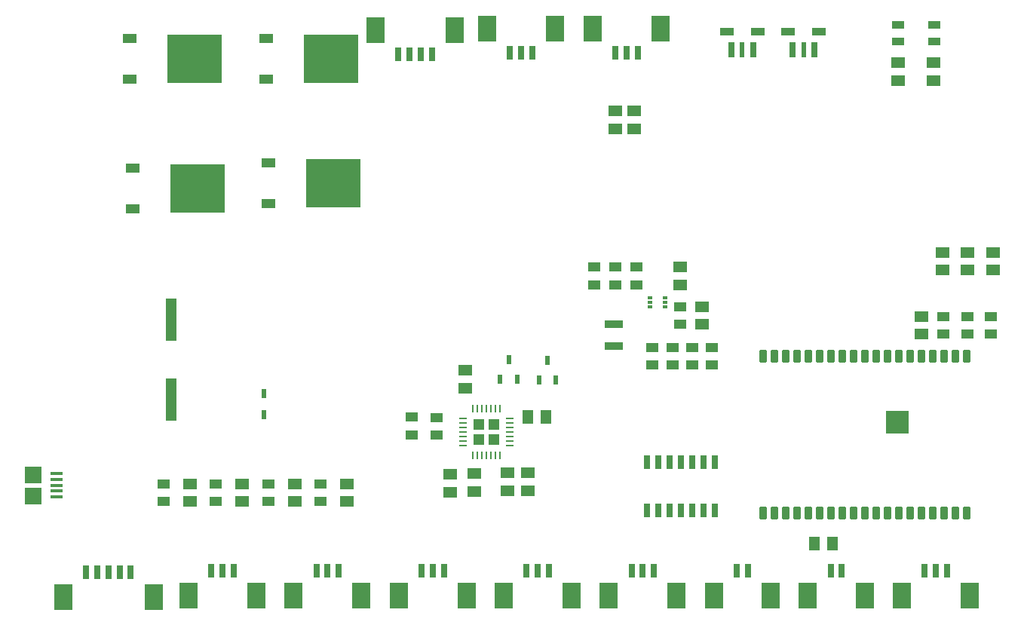
<source format=gbr>
G04 EAGLE Gerber X2 export*
%TF.Part,Single*%
%TF.FileFunction,Paste,Top*%
%TF.FilePolarity,Positive*%
%TF.GenerationSoftware,Autodesk,EAGLE,8.6.1*%
%TF.CreationDate,2020-03-17T08:17:51Z*%
G75*
%MOMM*%
%FSLAX34Y34*%
%LPD*%
%AMOC8*
5,1,8,0,0,1.08239X$1,22.5*%
G01*
%ADD10R,1.400000X1.100000*%
%ADD11R,1.600000X1.300000*%
%ADD12R,1.400000X0.900000*%
%ADD13R,1.252481X1.249588*%
%ADD14R,1.249938X1.249938*%
%ADD15R,1.252519X1.252519*%
%ADD16R,1.249544X1.252731*%
%ADD17R,0.900000X0.254000*%
%ADD18R,0.254000X0.900000*%
%ADD19R,1.350000X0.400000*%
%ADD20R,1.900000X1.900000*%
%ADD21R,0.500000X1.075000*%
%ADD22R,0.600000X1.100000*%
%ADD23R,1.300000X1.600000*%
%ADD24R,0.750000X1.800000*%
%ADD25R,0.600000X1.800000*%
%ADD26R,1.500000X0.900000*%
%ADD27R,2.531044X2.533469*%
%ADD28C,0.465000*%
%ADD29R,1.300000X4.750000*%
%ADD30R,0.800000X1.600000*%
%ADD31R,2.100000X3.000000*%
%ADD32R,6.200000X5.400000*%
%ADD33R,1.600000X1.000000*%
%ADD34R,0.650000X1.550000*%
%ADD35R,0.475000X0.300000*%
%ADD36R,2.000000X0.850000*%


D10*
X778100Y355000D03*
X778100Y335000D03*
X705500Y379125D03*
X705500Y399125D03*
X791667Y309000D03*
X791667Y289000D03*
D11*
X802400Y335000D03*
X802400Y355000D03*
X777981Y379125D03*
X777981Y399125D03*
D12*
X1063300Y671450D03*
X1063300Y652450D03*
D11*
X1062900Y608700D03*
X1062900Y628700D03*
D13*
X551738Y222852D03*
D14*
X569250Y222850D03*
D15*
X551737Y205337D03*
D16*
X569252Y205336D03*
D17*
X534600Y229100D03*
X534600Y224100D03*
X534600Y219100D03*
X534600Y214100D03*
X534600Y209100D03*
X534600Y204100D03*
X534600Y199100D03*
D18*
X545500Y188200D03*
X550500Y188200D03*
X555500Y188200D03*
X560500Y188200D03*
X565500Y188200D03*
X570500Y188200D03*
X575500Y188200D03*
D17*
X586400Y199100D03*
X586400Y204100D03*
X586400Y209100D03*
X586400Y214100D03*
X586400Y219100D03*
X586400Y224100D03*
X586400Y229100D03*
D18*
X575500Y240000D03*
X570500Y240000D03*
X565500Y240000D03*
X560500Y240000D03*
X555500Y240000D03*
X550500Y240000D03*
X545500Y240000D03*
D10*
X504900Y210400D03*
X504900Y230400D03*
X476900Y210900D03*
X476900Y230900D03*
D11*
X520100Y146400D03*
X520100Y166400D03*
X547033Y147200D03*
X547033Y167200D03*
X583967Y148000D03*
X583967Y168000D03*
X606900Y167900D03*
X606900Y147900D03*
D19*
X78050Y141100D03*
D20*
X51300Y166100D03*
X51300Y142100D03*
D19*
X78050Y167100D03*
X78050Y160600D03*
X78050Y154100D03*
X78050Y147600D03*
D21*
X311100Y233780D03*
X311100Y257020D03*
D12*
X1023000Y671450D03*
X1023000Y652450D03*
D11*
X1023000Y608700D03*
X1023000Y628700D03*
D10*
X1127300Y323750D03*
X1127300Y343750D03*
X1100456Y323750D03*
X1100456Y343750D03*
X1073613Y323750D03*
X1073613Y343750D03*
D11*
X1049019Y343750D03*
X1049019Y323750D03*
D22*
X576100Y273000D03*
X595100Y273000D03*
X585600Y295000D03*
X619600Y272800D03*
X638600Y272800D03*
X629100Y294800D03*
D11*
X537000Y283200D03*
X537000Y263200D03*
D23*
X627400Y231000D03*
X607400Y231000D03*
D24*
X904550Y643700D03*
D25*
X916800Y643700D03*
D24*
X929050Y643700D03*
D26*
X934300Y663200D03*
X899300Y663200D03*
D24*
X835650Y643700D03*
D25*
X847900Y643700D03*
D24*
X860150Y643700D03*
D26*
X865400Y663200D03*
X830400Y663200D03*
D27*
X1021695Y225117D03*
D28*
X1097275Y294475D02*
X1097275Y304325D01*
X1101925Y304325D01*
X1101925Y294475D01*
X1097275Y294475D01*
X1097275Y299124D02*
X1101925Y299124D01*
X1101925Y303773D02*
X1097275Y303773D01*
X1084575Y304325D02*
X1084575Y294475D01*
X1084575Y304325D02*
X1089225Y304325D01*
X1089225Y294475D01*
X1084575Y294475D01*
X1084575Y299124D02*
X1089225Y299124D01*
X1089225Y303773D02*
X1084575Y303773D01*
X1071875Y304325D02*
X1071875Y294475D01*
X1071875Y304325D02*
X1076525Y304325D01*
X1076525Y294475D01*
X1071875Y294475D01*
X1071875Y299124D02*
X1076525Y299124D01*
X1076525Y303773D02*
X1071875Y303773D01*
X1059175Y304325D02*
X1059175Y294475D01*
X1059175Y304325D02*
X1063825Y304325D01*
X1063825Y294475D01*
X1059175Y294475D01*
X1059175Y299124D02*
X1063825Y299124D01*
X1063825Y303773D02*
X1059175Y303773D01*
X1046475Y304325D02*
X1046475Y294475D01*
X1046475Y304325D02*
X1051125Y304325D01*
X1051125Y294475D01*
X1046475Y294475D01*
X1046475Y299124D02*
X1051125Y299124D01*
X1051125Y303773D02*
X1046475Y303773D01*
X1033775Y304325D02*
X1033775Y294475D01*
X1033775Y304325D02*
X1038425Y304325D01*
X1038425Y294475D01*
X1033775Y294475D01*
X1033775Y299124D02*
X1038425Y299124D01*
X1038425Y303773D02*
X1033775Y303773D01*
X1021075Y304325D02*
X1021075Y294475D01*
X1021075Y304325D02*
X1025725Y304325D01*
X1025725Y294475D01*
X1021075Y294475D01*
X1021075Y299124D02*
X1025725Y299124D01*
X1025725Y303773D02*
X1021075Y303773D01*
X1008375Y304325D02*
X1008375Y294475D01*
X1008375Y304325D02*
X1013025Y304325D01*
X1013025Y294475D01*
X1008375Y294475D01*
X1008375Y299124D02*
X1013025Y299124D01*
X1013025Y303773D02*
X1008375Y303773D01*
X995675Y304325D02*
X995675Y294475D01*
X995675Y304325D02*
X1000325Y304325D01*
X1000325Y294475D01*
X995675Y294475D01*
X995675Y299124D02*
X1000325Y299124D01*
X1000325Y303773D02*
X995675Y303773D01*
X982975Y304325D02*
X982975Y294475D01*
X982975Y304325D02*
X987625Y304325D01*
X987625Y294475D01*
X982975Y294475D01*
X982975Y299124D02*
X987625Y299124D01*
X987625Y303773D02*
X982975Y303773D01*
X970275Y304325D02*
X970275Y294475D01*
X970275Y304325D02*
X974925Y304325D01*
X974925Y294475D01*
X970275Y294475D01*
X970275Y299124D02*
X974925Y299124D01*
X974925Y303773D02*
X970275Y303773D01*
X957575Y304325D02*
X957575Y294475D01*
X957575Y304325D02*
X962225Y304325D01*
X962225Y294475D01*
X957575Y294475D01*
X957575Y299124D02*
X962225Y299124D01*
X962225Y303773D02*
X957575Y303773D01*
X944875Y304325D02*
X944875Y294475D01*
X944875Y304325D02*
X949525Y304325D01*
X949525Y294475D01*
X944875Y294475D01*
X944875Y299124D02*
X949525Y299124D01*
X949525Y303773D02*
X944875Y303773D01*
X932175Y304325D02*
X932175Y294475D01*
X932175Y304325D02*
X936825Y304325D01*
X936825Y294475D01*
X932175Y294475D01*
X932175Y299124D02*
X936825Y299124D01*
X936825Y303773D02*
X932175Y303773D01*
X919475Y304325D02*
X919475Y294475D01*
X919475Y304325D02*
X924125Y304325D01*
X924125Y294475D01*
X919475Y294475D01*
X919475Y299124D02*
X924125Y299124D01*
X924125Y303773D02*
X919475Y303773D01*
X906775Y304325D02*
X906775Y294475D01*
X906775Y304325D02*
X911425Y304325D01*
X911425Y294475D01*
X906775Y294475D01*
X906775Y299124D02*
X911425Y299124D01*
X911425Y303773D02*
X906775Y303773D01*
X894075Y304325D02*
X894075Y294475D01*
X894075Y304325D02*
X898725Y304325D01*
X898725Y294475D01*
X894075Y294475D01*
X894075Y299124D02*
X898725Y299124D01*
X898725Y303773D02*
X894075Y303773D01*
X881375Y304325D02*
X881375Y294475D01*
X881375Y304325D02*
X886025Y304325D01*
X886025Y294475D01*
X881375Y294475D01*
X881375Y299124D02*
X886025Y299124D01*
X886025Y303773D02*
X881375Y303773D01*
X868675Y304325D02*
X868675Y294475D01*
X868675Y304325D02*
X873325Y304325D01*
X873325Y294475D01*
X868675Y294475D01*
X868675Y299124D02*
X873325Y299124D01*
X873325Y303773D02*
X868675Y303773D01*
X873325Y128125D02*
X873325Y118275D01*
X868675Y118275D01*
X868675Y128125D01*
X873325Y128125D01*
X873325Y122924D02*
X868675Y122924D01*
X868675Y127573D02*
X873325Y127573D01*
X886025Y128125D02*
X886025Y118275D01*
X881375Y118275D01*
X881375Y128125D01*
X886025Y128125D01*
X886025Y122924D02*
X881375Y122924D01*
X881375Y127573D02*
X886025Y127573D01*
X898725Y128125D02*
X898725Y118275D01*
X894075Y118275D01*
X894075Y128125D01*
X898725Y128125D01*
X898725Y122924D02*
X894075Y122924D01*
X894075Y127573D02*
X898725Y127573D01*
X911425Y128125D02*
X911425Y118275D01*
X906775Y118275D01*
X906775Y128125D01*
X911425Y128125D01*
X911425Y122924D02*
X906775Y122924D01*
X906775Y127573D02*
X911425Y127573D01*
X924125Y128125D02*
X924125Y118275D01*
X919475Y118275D01*
X919475Y128125D01*
X924125Y128125D01*
X924125Y122924D02*
X919475Y122924D01*
X919475Y127573D02*
X924125Y127573D01*
X936825Y128125D02*
X936825Y118275D01*
X932175Y118275D01*
X932175Y128125D01*
X936825Y128125D01*
X936825Y122924D02*
X932175Y122924D01*
X932175Y127573D02*
X936825Y127573D01*
X949525Y128125D02*
X949525Y118275D01*
X944875Y118275D01*
X944875Y128125D01*
X949525Y128125D01*
X949525Y122924D02*
X944875Y122924D01*
X944875Y127573D02*
X949525Y127573D01*
X962225Y128125D02*
X962225Y118275D01*
X957575Y118275D01*
X957575Y128125D01*
X962225Y128125D01*
X962225Y122924D02*
X957575Y122924D01*
X957575Y127573D02*
X962225Y127573D01*
X974925Y128125D02*
X974925Y118275D01*
X970275Y118275D01*
X970275Y128125D01*
X974925Y128125D01*
X974925Y122924D02*
X970275Y122924D01*
X970275Y127573D02*
X974925Y127573D01*
X987625Y128125D02*
X987625Y118275D01*
X982975Y118275D01*
X982975Y128125D01*
X987625Y128125D01*
X987625Y122924D02*
X982975Y122924D01*
X982975Y127573D02*
X987625Y127573D01*
X1000325Y128125D02*
X1000325Y118275D01*
X995675Y118275D01*
X995675Y128125D01*
X1000325Y128125D01*
X1000325Y122924D02*
X995675Y122924D01*
X995675Y127573D02*
X1000325Y127573D01*
X1013025Y128125D02*
X1013025Y118275D01*
X1008375Y118275D01*
X1008375Y128125D01*
X1013025Y128125D01*
X1013025Y122924D02*
X1008375Y122924D01*
X1008375Y127573D02*
X1013025Y127573D01*
X1025725Y128125D02*
X1025725Y118275D01*
X1021075Y118275D01*
X1021075Y128125D01*
X1025725Y128125D01*
X1025725Y122924D02*
X1021075Y122924D01*
X1021075Y127573D02*
X1025725Y127573D01*
X1038425Y128125D02*
X1038425Y118275D01*
X1033775Y118275D01*
X1033775Y128125D01*
X1038425Y128125D01*
X1038425Y122924D02*
X1033775Y122924D01*
X1033775Y127573D02*
X1038425Y127573D01*
X1051125Y128125D02*
X1051125Y118275D01*
X1046475Y118275D01*
X1046475Y128125D01*
X1051125Y128125D01*
X1051125Y122924D02*
X1046475Y122924D01*
X1046475Y127573D02*
X1051125Y127573D01*
X1063825Y128125D02*
X1063825Y118275D01*
X1059175Y118275D01*
X1059175Y128125D01*
X1063825Y128125D01*
X1063825Y122924D02*
X1059175Y122924D01*
X1059175Y127573D02*
X1063825Y127573D01*
X1076525Y128125D02*
X1076525Y118275D01*
X1071875Y118275D01*
X1071875Y128125D01*
X1076525Y128125D01*
X1076525Y122924D02*
X1071875Y122924D01*
X1071875Y127573D02*
X1076525Y127573D01*
X1089225Y128125D02*
X1089225Y118275D01*
X1084575Y118275D01*
X1084575Y128125D01*
X1089225Y128125D01*
X1089225Y122924D02*
X1084575Y122924D01*
X1084575Y127573D02*
X1089225Y127573D01*
X1101925Y128125D02*
X1101925Y118275D01*
X1097275Y118275D01*
X1097275Y128125D01*
X1101925Y128125D01*
X1101925Y122924D02*
X1097275Y122924D01*
X1097275Y127573D02*
X1101925Y127573D01*
D29*
X206700Y250350D03*
X206700Y339850D03*
D30*
X499350Y638200D03*
X486850Y638200D03*
X474350Y638200D03*
X461850Y638200D03*
D31*
X524950Y665700D03*
X436250Y665700D03*
D30*
X251775Y58000D03*
X264275Y58000D03*
X276775Y58000D03*
D31*
X226175Y30500D03*
X302375Y30500D03*
D30*
X369750Y58000D03*
X382250Y58000D03*
X394750Y58000D03*
D31*
X344150Y30500D03*
X420350Y30500D03*
D30*
X487725Y58000D03*
X500225Y58000D03*
X512725Y58000D03*
D31*
X462125Y30500D03*
X538325Y30500D03*
D30*
X605700Y58000D03*
X618200Y58000D03*
X630700Y58000D03*
D31*
X580100Y30500D03*
X656300Y30500D03*
D30*
X723675Y58000D03*
X736175Y58000D03*
X748675Y58000D03*
D31*
X698075Y30500D03*
X774275Y30500D03*
D30*
X730400Y639800D03*
X717900Y639800D03*
X705400Y639800D03*
D31*
X756000Y667300D03*
X679800Y667300D03*
D30*
X612000Y639800D03*
X599500Y639800D03*
X587000Y639800D03*
D31*
X637600Y667300D03*
X561400Y667300D03*
D30*
X111200Y56500D03*
X123700Y56500D03*
X136200Y56500D03*
X148700Y56500D03*
X161200Y56500D03*
D31*
X85600Y29000D03*
X186800Y29000D03*
D11*
X726700Y574400D03*
X726700Y554400D03*
X704900Y574500D03*
X704900Y554500D03*
D30*
X841650Y58000D03*
X854150Y58000D03*
D31*
X816050Y30500D03*
X879750Y30500D03*
D30*
X947125Y58000D03*
X959625Y58000D03*
D31*
X921525Y30500D03*
X985225Y30500D03*
D30*
X1052600Y58000D03*
X1065100Y58000D03*
X1077600Y58000D03*
D31*
X1027000Y30500D03*
X1103200Y30500D03*
D11*
X1072629Y415900D03*
X1072629Y395900D03*
X1129300Y415900D03*
X1129300Y395900D03*
X1100638Y415900D03*
X1100638Y395900D03*
D32*
X233000Y633400D03*
D33*
X160000Y656200D03*
X160000Y610600D03*
D32*
X236000Y487800D03*
D33*
X163000Y510600D03*
X163000Y465000D03*
D32*
X386000Y633400D03*
D33*
X313000Y656200D03*
X313000Y610600D03*
D32*
X389000Y493100D03*
D33*
X316000Y515900D03*
X316000Y470300D03*
D23*
X949000Y89125D03*
X929000Y89125D03*
D34*
X740900Y125750D03*
X753600Y125750D03*
X766300Y125750D03*
X779000Y125750D03*
X791700Y125750D03*
X804400Y125750D03*
X817100Y125750D03*
X817100Y180250D03*
X804400Y180250D03*
X791700Y180250D03*
X779000Y180250D03*
X766300Y180250D03*
X753600Y180250D03*
X740900Y180250D03*
D10*
X374571Y135875D03*
X374571Y155875D03*
X315714Y135875D03*
X315714Y155875D03*
X256857Y135875D03*
X256857Y155875D03*
X198000Y135875D03*
X198000Y155875D03*
D11*
X345143Y135875D03*
X345143Y155875D03*
X286286Y135875D03*
X286286Y155875D03*
X227429Y135875D03*
X227429Y155875D03*
X404000Y135875D03*
X404000Y155875D03*
D35*
X744620Y365000D03*
X744620Y360000D03*
X744620Y355000D03*
X761380Y355000D03*
X761380Y360000D03*
X761380Y365000D03*
D10*
X682000Y379125D03*
X682000Y399125D03*
X814000Y309000D03*
X814000Y289000D03*
X729000Y379125D03*
X729000Y399125D03*
X747000Y309000D03*
X747000Y289000D03*
X769333Y309000D03*
X769333Y289000D03*
D36*
X704000Y335500D03*
X704000Y310500D03*
M02*

</source>
